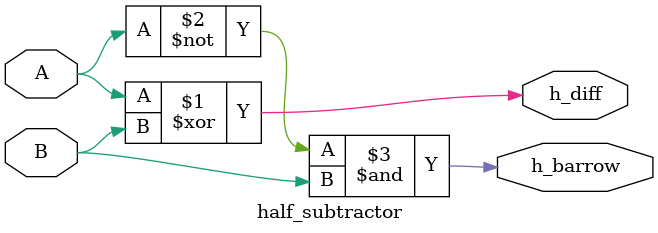
<source format=v>
module half_subtractor(
    input  wire A,
    input  wire B,
    output wire h_diff,
    output wire h_barrow
);

assign h_diff    = A ^ B;
assign h_barrow  = ~A & B;

endmodule
</source>
